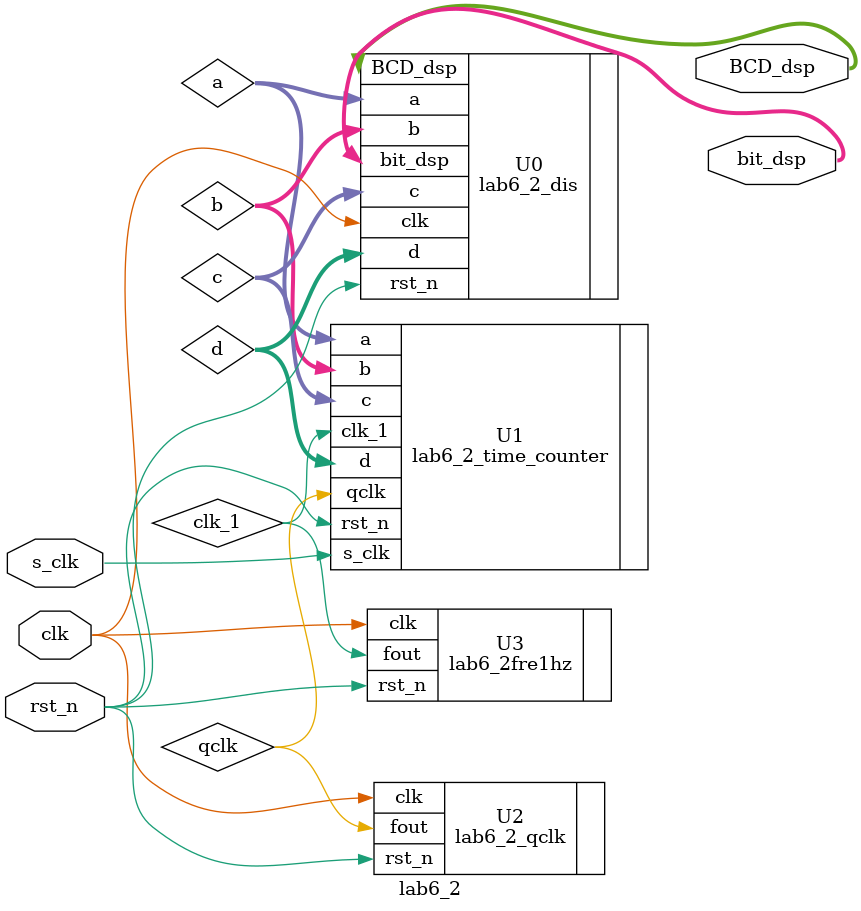
<source format=v>
`timescale 1ns / 1ps


module lab6_2(
clk,
rst_n,
s_clk,
BCD_dsp,
bit_dsp
);
input clk;
input rst_n;
input s_clk;
output [7:0] BCD_dsp;
output [3:0] bit_dsp;
wire [3:0]a,b,c,d;

lab6_2_dis U0 (.clk(clk),.rst_n(rst_n),.a(a),.b(b),.c(c),.d(d),.BCD_dsp(BCD_dsp),.bit_dsp(bit_dsp));
lab6_2_time_counter U1 (.clk_1(clk_1),.qclk(qclk),.s_clk(s_clk),.rst_n(rst_n),.a(a),.b(b),.c(c),.d(d));
lab6_2_qclk U2 (.fout(qclk),.clk(clk),.rst_n(rst_n));
lab6_2fre1hz U3 (.fout(clk_1),.clk(clk),.rst_n(rst_n));


endmodule

</source>
